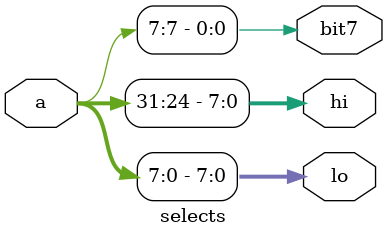
<source format=v>
module selects(
  input  wire [31:0] a,
  output wire [7:0]  lo,
  output wire [7:0]  hi,
  output wire        bit7
);
  assign lo  = a[7:0];
  assign hi  = a[31:24];
  assign bit7 = a[7];
endmodule

</source>
